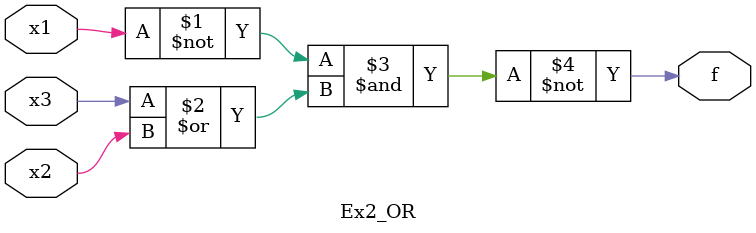
<source format=v>
module Ex2_OR(x1,x2,x3, f);
input x1,x2,x3;
output f;
assign f = ~(~x1 & ( x3 | x2 ));
endmodule

</source>
